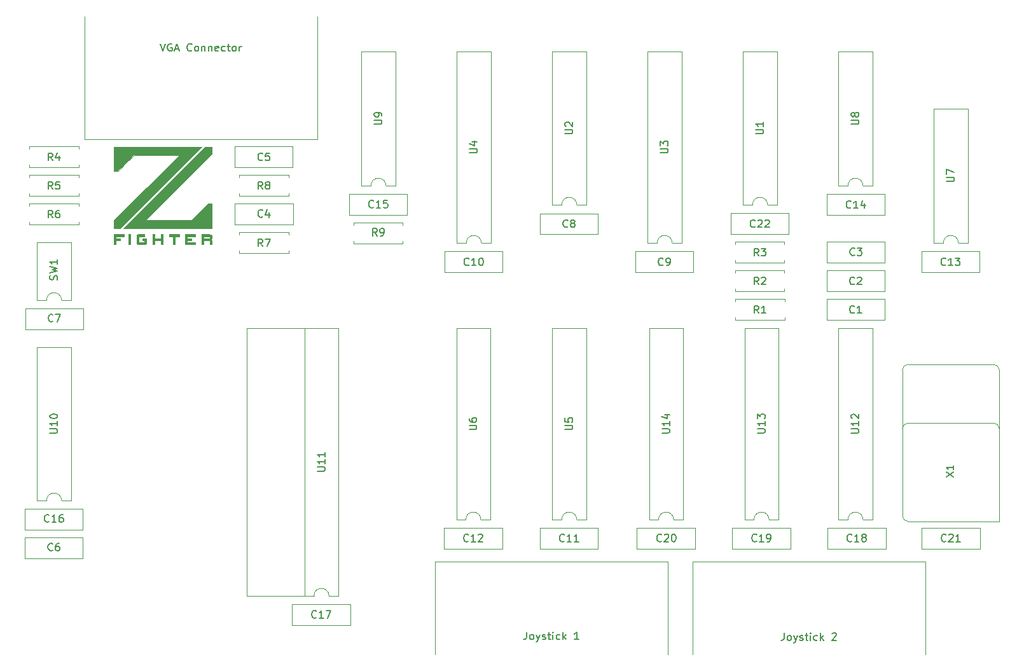
<source format=gto>
G04 #@! TF.GenerationSoftware,KiCad,Pcbnew,5.1.10*
G04 #@! TF.CreationDate,2022-03-31T12:25:33-07:00*
G04 #@! TF.ProjectId,zf_vga,7a665f76-6761-42e6-9b69-6361645f7063,rev?*
G04 #@! TF.SameCoordinates,Original*
G04 #@! TF.FileFunction,Legend,Top*
G04 #@! TF.FilePolarity,Positive*
%FSLAX46Y46*%
G04 Gerber Fmt 4.6, Leading zero omitted, Abs format (unit mm)*
G04 Created by KiCad (PCBNEW 5.1.10) date 2022-03-31 12:25:33*
%MOMM*%
%LPD*%
G01*
G04 APERTURE LIST*
%ADD10C,0.120000*%
%ADD11C,0.010000*%
%ADD12C,0.150000*%
G04 APERTURE END LIST*
D10*
X98076958Y-40859600D02*
X129141158Y-40859600D01*
X129141158Y-40859600D02*
X129141158Y-24502000D01*
X98076958Y-24502000D02*
X98076958Y-40859600D01*
X130649000Y-101674000D02*
X131899000Y-101674000D01*
X131899000Y-101674000D02*
X131899000Y-65994000D01*
X131899000Y-65994000D02*
X127399000Y-65994000D01*
X127399000Y-65994000D02*
X127399000Y-101674000D01*
X127399000Y-101674000D02*
X128649000Y-101674000D01*
X119743000Y-65994000D02*
X119743000Y-101674000D01*
X127399000Y-101674000D02*
X119743000Y-101674000D01*
X127399000Y-65994000D02*
X119743000Y-65994000D01*
X128649000Y-101674000D02*
G75*
G02*
X130649000Y-101674000I1000000J0D01*
G01*
D11*
G36*
X115041400Y-42815376D02*
G01*
X110634512Y-47222288D01*
X106227625Y-51629200D01*
X112340633Y-51629200D01*
X114507901Y-49461734D01*
X115041400Y-49461734D01*
X115041400Y-52712934D01*
X103264287Y-52712934D01*
X108682934Y-47294267D01*
X114101580Y-41875600D01*
X115041400Y-41875600D01*
X115041400Y-42815376D01*
G37*
X115041400Y-42815376D02*
X110634512Y-47222288D01*
X106227625Y-51629200D01*
X112340633Y-51629200D01*
X114507901Y-49461734D01*
X115041400Y-49461734D01*
X115041400Y-52712934D01*
X103264287Y-52712934D01*
X108682934Y-47294267D01*
X114101580Y-41875600D01*
X115041400Y-41875600D01*
X115041400Y-42815376D01*
G36*
X102840953Y-52712934D02*
G01*
X102036600Y-52712934D01*
X102036600Y-51637692D01*
X106375754Y-47298513D01*
X110714909Y-42959334D01*
X104737368Y-42959334D01*
X103653733Y-44043067D01*
X102570099Y-45126800D01*
X102036600Y-45126800D01*
X102036600Y-41875600D01*
X113678247Y-41875600D01*
X102840953Y-52712934D01*
G37*
X102840953Y-52712934D02*
X102036600Y-52712934D01*
X102036600Y-51637692D01*
X106375754Y-47298513D01*
X110714909Y-42959334D01*
X104737368Y-42959334D01*
X103653733Y-44043067D01*
X102570099Y-45126800D01*
X102036600Y-45126800D01*
X102036600Y-41875600D01*
X113678247Y-41875600D01*
X102840953Y-52712934D01*
G36*
X114420374Y-53525874D02*
G01*
X114554819Y-53526673D01*
X114662625Y-53528699D01*
X114747404Y-53532520D01*
X114812769Y-53538703D01*
X114862334Y-53547816D01*
X114899711Y-53560428D01*
X114928514Y-53577105D01*
X114952357Y-53598416D01*
X114974852Y-53624928D01*
X114986986Y-53640658D01*
X115007737Y-53670787D01*
X115021467Y-53701556D01*
X115030023Y-53741377D01*
X115035249Y-53798660D01*
X115038810Y-53876917D01*
X115045358Y-54053819D01*
X114898882Y-54203067D01*
X114970141Y-54275674D01*
X115041400Y-54348282D01*
X115041400Y-54880400D01*
X114770467Y-54880400D01*
X114770467Y-54338533D01*
X113957667Y-54338533D01*
X113957667Y-54880400D01*
X113686733Y-54880400D01*
X113686733Y-53796667D01*
X113957667Y-53796667D01*
X113957667Y-54067600D01*
X114770467Y-54067600D01*
X114770467Y-53796667D01*
X113957667Y-53796667D01*
X113686733Y-53796667D01*
X113686733Y-53525733D01*
X114255674Y-53525733D01*
X114420374Y-53525874D01*
G37*
X114420374Y-53525874D02*
X114554819Y-53526673D01*
X114662625Y-53528699D01*
X114747404Y-53532520D01*
X114812769Y-53538703D01*
X114862334Y-53547816D01*
X114899711Y-53560428D01*
X114928514Y-53577105D01*
X114952357Y-53598416D01*
X114974852Y-53624928D01*
X114986986Y-53640658D01*
X115007737Y-53670787D01*
X115021467Y-53701556D01*
X115030023Y-53741377D01*
X115035249Y-53798660D01*
X115038810Y-53876917D01*
X115045358Y-54053819D01*
X114898882Y-54203067D01*
X114970141Y-54275674D01*
X115041400Y-54348282D01*
X115041400Y-54880400D01*
X114770467Y-54880400D01*
X114770467Y-54338533D01*
X113957667Y-54338533D01*
X113957667Y-54880400D01*
X113686733Y-54880400D01*
X113686733Y-53796667D01*
X113957667Y-53796667D01*
X113957667Y-54067600D01*
X114770467Y-54067600D01*
X114770467Y-53796667D01*
X113957667Y-53796667D01*
X113686733Y-53796667D01*
X113686733Y-53525733D01*
X114255674Y-53525733D01*
X114420374Y-53525874D01*
G36*
X112873934Y-53796667D02*
G01*
X111790200Y-53796667D01*
X111790200Y-54067600D01*
X112332067Y-54067600D01*
X112332067Y-54338533D01*
X111790200Y-54338533D01*
X111790200Y-54609467D01*
X112873934Y-54609467D01*
X112873934Y-54880400D01*
X111519267Y-54880400D01*
X111519267Y-53525733D01*
X112873934Y-53525733D01*
X112873934Y-53796667D01*
G37*
X112873934Y-53796667D02*
X111790200Y-53796667D01*
X111790200Y-54067600D01*
X112332067Y-54067600D01*
X112332067Y-54338533D01*
X111790200Y-54338533D01*
X111790200Y-54609467D01*
X112873934Y-54609467D01*
X112873934Y-54880400D01*
X111519267Y-54880400D01*
X111519267Y-53525733D01*
X112873934Y-53525733D01*
X112873934Y-53796667D01*
G36*
X110706467Y-53796667D02*
G01*
X110164600Y-53796667D01*
X110164600Y-54880400D01*
X109893667Y-54880400D01*
X109893667Y-53796667D01*
X109351800Y-53796667D01*
X109351800Y-53525733D01*
X110706467Y-53525733D01*
X110706467Y-53796667D01*
G37*
X110706467Y-53796667D02*
X110164600Y-53796667D01*
X110164600Y-54880400D01*
X109893667Y-54880400D01*
X109893667Y-53796667D01*
X109351800Y-53796667D01*
X109351800Y-53525733D01*
X110706467Y-53525733D01*
X110706467Y-53796667D01*
G36*
X107455267Y-54067600D02*
G01*
X108268067Y-54067600D01*
X108268067Y-53525733D01*
X108539000Y-53525733D01*
X108539000Y-54880400D01*
X108268067Y-54880400D01*
X108268067Y-54338533D01*
X107455267Y-54338533D01*
X107455267Y-54880400D01*
X107184333Y-54880400D01*
X107184333Y-53525733D01*
X107455267Y-53525733D01*
X107455267Y-54067600D01*
G37*
X107455267Y-54067600D02*
X108268067Y-54067600D01*
X108268067Y-53525733D01*
X108539000Y-53525733D01*
X108539000Y-54880400D01*
X108268067Y-54880400D01*
X108268067Y-54338533D01*
X107455267Y-54338533D01*
X107455267Y-54880400D01*
X107184333Y-54880400D01*
X107184333Y-53525733D01*
X107455267Y-53525733D01*
X107455267Y-54067600D01*
G36*
X106100600Y-53796667D02*
G01*
X105287800Y-53796667D01*
X105287800Y-54609467D01*
X106100600Y-54609467D01*
X106100600Y-54338533D01*
X105829667Y-54338533D01*
X105829667Y-54067600D01*
X106371534Y-54067600D01*
X106371534Y-54360346D01*
X106371221Y-54468288D01*
X106369864Y-54548425D01*
X106366837Y-54606813D01*
X106361513Y-54649512D01*
X106353265Y-54682580D01*
X106341466Y-54712074D01*
X106333434Y-54728576D01*
X106277877Y-54804653D01*
X106227600Y-54841952D01*
X106206339Y-54853171D01*
X106184571Y-54861924D01*
X106158001Y-54868517D01*
X106122333Y-54873252D01*
X106073271Y-54876435D01*
X106006520Y-54878369D01*
X105917785Y-54879360D01*
X105802770Y-54879710D01*
X105694200Y-54879736D01*
X105552265Y-54879450D01*
X105440106Y-54878521D01*
X105353635Y-54876729D01*
X105288765Y-54873858D01*
X105241406Y-54869690D01*
X105207471Y-54864006D01*
X105182873Y-54856589D01*
X105172309Y-54851922D01*
X105125098Y-54819787D01*
X105079227Y-54775226D01*
X105070709Y-54764726D01*
X105025334Y-54705236D01*
X105025334Y-53700897D01*
X105070944Y-53641098D01*
X105097530Y-53608163D01*
X105124155Y-53582165D01*
X105155047Y-53562287D01*
X105194431Y-53547711D01*
X105246535Y-53537619D01*
X105315585Y-53531193D01*
X105405808Y-53527615D01*
X105521430Y-53526068D01*
X105666678Y-53525734D01*
X105667126Y-53525733D01*
X106100600Y-53525733D01*
X106100600Y-53796667D01*
G37*
X106100600Y-53796667D02*
X105287800Y-53796667D01*
X105287800Y-54609467D01*
X106100600Y-54609467D01*
X106100600Y-54338533D01*
X105829667Y-54338533D01*
X105829667Y-54067600D01*
X106371534Y-54067600D01*
X106371534Y-54360346D01*
X106371221Y-54468288D01*
X106369864Y-54548425D01*
X106366837Y-54606813D01*
X106361513Y-54649512D01*
X106353265Y-54682580D01*
X106341466Y-54712074D01*
X106333434Y-54728576D01*
X106277877Y-54804653D01*
X106227600Y-54841952D01*
X106206339Y-54853171D01*
X106184571Y-54861924D01*
X106158001Y-54868517D01*
X106122333Y-54873252D01*
X106073271Y-54876435D01*
X106006520Y-54878369D01*
X105917785Y-54879360D01*
X105802770Y-54879710D01*
X105694200Y-54879736D01*
X105552265Y-54879450D01*
X105440106Y-54878521D01*
X105353635Y-54876729D01*
X105288765Y-54873858D01*
X105241406Y-54869690D01*
X105207471Y-54864006D01*
X105182873Y-54856589D01*
X105172309Y-54851922D01*
X105125098Y-54819787D01*
X105079227Y-54775226D01*
X105070709Y-54764726D01*
X105025334Y-54705236D01*
X105025334Y-53700897D01*
X105070944Y-53641098D01*
X105097530Y-53608163D01*
X105124155Y-53582165D01*
X105155047Y-53562287D01*
X105194431Y-53547711D01*
X105246535Y-53537619D01*
X105315585Y-53531193D01*
X105405808Y-53527615D01*
X105521430Y-53526068D01*
X105666678Y-53525734D01*
X105667126Y-53525733D01*
X106100600Y-53525733D01*
X106100600Y-53796667D01*
G36*
X104204067Y-54880400D02*
G01*
X103933133Y-54880400D01*
X103933133Y-53525733D01*
X104204067Y-53525733D01*
X104204067Y-54880400D01*
G37*
X104204067Y-54880400D02*
X103933133Y-54880400D01*
X103933133Y-53525733D01*
X104204067Y-53525733D01*
X104204067Y-54880400D01*
G36*
X103391267Y-53796667D02*
G01*
X102307534Y-53796667D01*
X102307534Y-54067600D01*
X102849400Y-54067600D01*
X102849400Y-54338533D01*
X102307534Y-54338533D01*
X102307534Y-54880400D01*
X102036600Y-54880400D01*
X102036600Y-53525733D01*
X103391267Y-53525733D01*
X103391267Y-53796667D01*
G37*
X103391267Y-53796667D02*
X102307534Y-53796667D01*
X102307534Y-54067600D01*
X102849400Y-54067600D01*
X102849400Y-54338533D01*
X102307534Y-54338533D01*
X102307534Y-54880400D01*
X102036600Y-54880400D01*
X102036600Y-53525733D01*
X103391267Y-53525733D01*
X103391267Y-53796667D01*
D10*
X179055000Y-109474000D02*
X179055000Y-97134000D01*
X179055000Y-97134000D02*
X210025000Y-97134000D01*
X210025000Y-97134000D02*
X210025000Y-109474000D01*
X144774000Y-109474000D02*
X144774000Y-97134000D01*
X144774000Y-97134000D02*
X175744000Y-97134000D01*
X175744000Y-97134000D02*
X175744000Y-109474000D01*
X219129000Y-78654000D02*
X207729000Y-78654000D01*
X207729000Y-78654000D02*
G75*
G03*
X206979000Y-79404000I0J-750000D01*
G01*
X219879000Y-79404000D02*
G75*
G03*
X219129000Y-78654000I-750000J0D01*
G01*
X219879000Y-91744000D02*
X219879000Y-71594000D01*
X219129000Y-70844000D02*
X207729000Y-70844000D01*
X206979000Y-71594000D02*
X206979000Y-90994000D01*
X207729000Y-91744000D02*
X219879000Y-91744000D01*
X206979000Y-90994000D02*
G75*
G03*
X207729000Y-91744000I750000J0D01*
G01*
X207729000Y-70844000D02*
G75*
G03*
X206979000Y-71594000I0J-750000D01*
G01*
X219879000Y-71594000D02*
G75*
G03*
X219129000Y-70844000I-750000J0D01*
G01*
X146044000Y-55794000D02*
X153784000Y-55794000D01*
X146044000Y-58534000D02*
X153784000Y-58534000D01*
X146044000Y-55794000D02*
X146044000Y-58534000D01*
X153784000Y-55794000D02*
X153784000Y-58534000D01*
X176329000Y-54684000D02*
X177579000Y-54684000D01*
X177579000Y-54684000D02*
X177579000Y-29164000D01*
X177579000Y-29164000D02*
X173079000Y-29164000D01*
X173079000Y-29164000D02*
X173079000Y-54684000D01*
X173079000Y-54684000D02*
X174329000Y-54684000D01*
X174329000Y-54684000D02*
G75*
G02*
X176329000Y-54684000I1000000J0D01*
G01*
X201729000Y-91514000D02*
X202979000Y-91514000D01*
X202979000Y-91514000D02*
X202979000Y-65994000D01*
X202979000Y-65994000D02*
X198479000Y-65994000D01*
X198479000Y-65994000D02*
X198479000Y-91514000D01*
X198479000Y-91514000D02*
X199729000Y-91514000D01*
X199729000Y-91514000D02*
G75*
G02*
X201729000Y-91514000I1000000J0D01*
G01*
X189029000Y-49604000D02*
X190279000Y-49604000D01*
X190279000Y-49604000D02*
X190279000Y-29164000D01*
X190279000Y-29164000D02*
X185779000Y-29164000D01*
X185779000Y-29164000D02*
X185779000Y-49604000D01*
X185779000Y-49604000D02*
X187029000Y-49604000D01*
X187029000Y-49604000D02*
G75*
G02*
X189029000Y-49604000I1000000J0D01*
G01*
X189229000Y-91514000D02*
X190479000Y-91514000D01*
X190479000Y-91514000D02*
X190479000Y-65994000D01*
X190479000Y-65994000D02*
X185979000Y-65994000D01*
X185979000Y-65994000D02*
X185979000Y-91514000D01*
X185979000Y-91514000D02*
X187229000Y-91514000D01*
X187229000Y-91514000D02*
G75*
G02*
X189229000Y-91514000I1000000J0D01*
G01*
X176529000Y-91514000D02*
X177779000Y-91514000D01*
X177779000Y-91514000D02*
X177779000Y-65994000D01*
X177779000Y-65994000D02*
X173279000Y-65994000D01*
X173279000Y-65994000D02*
X173279000Y-91514000D01*
X173279000Y-91514000D02*
X174529000Y-91514000D01*
X174529000Y-91514000D02*
G75*
G02*
X176529000Y-91514000I1000000J0D01*
G01*
X163629000Y-49604000D02*
X164879000Y-49604000D01*
X164879000Y-49604000D02*
X164879000Y-29164000D01*
X164879000Y-29164000D02*
X160379000Y-29164000D01*
X160379000Y-29164000D02*
X160379000Y-49604000D01*
X160379000Y-49604000D02*
X161629000Y-49604000D01*
X161629000Y-49604000D02*
G75*
G02*
X163629000Y-49604000I1000000J0D01*
G01*
X163629000Y-91514000D02*
X164879000Y-91514000D01*
X164879000Y-91514000D02*
X164879000Y-65994000D01*
X164879000Y-65994000D02*
X160379000Y-65994000D01*
X160379000Y-65994000D02*
X160379000Y-91514000D01*
X160379000Y-91514000D02*
X161629000Y-91514000D01*
X161629000Y-91514000D02*
G75*
G02*
X163629000Y-91514000I1000000J0D01*
G01*
X147610000Y-91514000D02*
X148860000Y-91514000D01*
X147610000Y-65994000D02*
X147610000Y-91514000D01*
X152110000Y-65994000D02*
X147610000Y-65994000D01*
X152110000Y-91514000D02*
X152110000Y-65994000D01*
X150860000Y-91514000D02*
X152110000Y-91514000D01*
X148860000Y-91514000D02*
G75*
G02*
X150860000Y-91514000I1000000J0D01*
G01*
X150929000Y-54684000D02*
X152179000Y-54684000D01*
X152179000Y-54684000D02*
X152179000Y-29164000D01*
X152179000Y-29164000D02*
X147679000Y-29164000D01*
X147679000Y-29164000D02*
X147679000Y-54684000D01*
X147679000Y-54684000D02*
X148929000Y-54684000D01*
X148929000Y-54684000D02*
G75*
G02*
X150929000Y-54684000I1000000J0D01*
G01*
X211179000Y-54684000D02*
X212429000Y-54684000D01*
X211179000Y-36784000D02*
X211179000Y-54684000D01*
X215679000Y-36784000D02*
X211179000Y-36784000D01*
X215679000Y-54684000D02*
X215679000Y-36784000D01*
X214429000Y-54684000D02*
X215679000Y-54684000D01*
X212429000Y-54684000D02*
G75*
G02*
X214429000Y-54684000I1000000J0D01*
G01*
X138229000Y-47064000D02*
X139479000Y-47064000D01*
X139479000Y-47064000D02*
X139479000Y-29164000D01*
X139479000Y-29164000D02*
X134979000Y-29164000D01*
X134979000Y-29164000D02*
X134979000Y-47064000D01*
X134979000Y-47064000D02*
X136229000Y-47064000D01*
X136229000Y-47064000D02*
G75*
G02*
X138229000Y-47064000I1000000J0D01*
G01*
X201729000Y-47064000D02*
X202979000Y-47064000D01*
X202979000Y-47064000D02*
X202979000Y-29164000D01*
X202979000Y-29164000D02*
X198479000Y-29164000D01*
X198479000Y-29164000D02*
X198479000Y-47064000D01*
X198479000Y-47064000D02*
X199729000Y-47064000D01*
X199729000Y-47064000D02*
G75*
G02*
X201729000Y-47064000I1000000J0D01*
G01*
X91799000Y-88974000D02*
X93049000Y-88974000D01*
X91799000Y-68534000D02*
X91799000Y-88974000D01*
X96299000Y-68534000D02*
X91799000Y-68534000D01*
X96299000Y-88974000D02*
X96299000Y-68534000D01*
X95049000Y-88974000D02*
X96299000Y-88974000D01*
X93049000Y-88974000D02*
G75*
G02*
X95049000Y-88974000I1000000J0D01*
G01*
X196899000Y-64884000D02*
X196899000Y-62144000D01*
X204639000Y-64884000D02*
X204639000Y-62144000D01*
X204639000Y-62144000D02*
X196899000Y-62144000D01*
X204639000Y-64884000D02*
X196899000Y-64884000D01*
X204639000Y-61074000D02*
X196899000Y-61074000D01*
X204639000Y-58334000D02*
X196899000Y-58334000D01*
X204639000Y-61074000D02*
X204639000Y-58334000D01*
X196899000Y-61074000D02*
X196899000Y-58334000D01*
X196899000Y-57264000D02*
X196899000Y-54524000D01*
X204639000Y-57264000D02*
X204639000Y-54524000D01*
X204639000Y-54524000D02*
X196899000Y-54524000D01*
X204639000Y-57264000D02*
X196899000Y-57264000D01*
X125819000Y-41824000D02*
X125819000Y-44564000D01*
X118079000Y-41824000D02*
X118079000Y-44564000D01*
X118079000Y-44564000D02*
X125819000Y-44564000D01*
X118079000Y-41824000D02*
X125819000Y-41824000D01*
X191299000Y-64554000D02*
X191299000Y-64884000D01*
X191299000Y-64884000D02*
X184759000Y-64884000D01*
X184759000Y-64884000D02*
X184759000Y-64554000D01*
X191299000Y-62474000D02*
X191299000Y-62144000D01*
X191299000Y-62144000D02*
X184759000Y-62144000D01*
X184759000Y-62144000D02*
X184759000Y-62474000D01*
X184744000Y-58334000D02*
X184744000Y-58664000D01*
X191284000Y-58334000D02*
X184744000Y-58334000D01*
X191284000Y-58664000D02*
X191284000Y-58334000D01*
X184744000Y-61074000D02*
X184744000Y-60744000D01*
X191284000Y-61074000D02*
X184744000Y-61074000D01*
X191284000Y-60744000D02*
X191284000Y-61074000D01*
X191284000Y-56934000D02*
X191284000Y-57264000D01*
X191284000Y-57264000D02*
X184744000Y-57264000D01*
X184744000Y-57264000D02*
X184744000Y-56934000D01*
X191284000Y-54854000D02*
X191284000Y-54524000D01*
X191284000Y-54524000D02*
X184744000Y-54524000D01*
X184744000Y-54524000D02*
X184744000Y-54854000D01*
X90779000Y-42154000D02*
X90779000Y-41824000D01*
X90779000Y-41824000D02*
X97319000Y-41824000D01*
X97319000Y-41824000D02*
X97319000Y-42154000D01*
X90779000Y-44234000D02*
X90779000Y-44564000D01*
X90779000Y-44564000D02*
X97319000Y-44564000D01*
X97319000Y-44564000D02*
X97319000Y-44234000D01*
X90779000Y-45964000D02*
X90779000Y-45634000D01*
X90779000Y-45634000D02*
X97319000Y-45634000D01*
X97319000Y-45634000D02*
X97319000Y-45964000D01*
X90779000Y-48044000D02*
X90779000Y-48374000D01*
X90779000Y-48374000D02*
X97319000Y-48374000D01*
X97319000Y-48374000D02*
X97319000Y-48044000D01*
X90779000Y-49774000D02*
X90779000Y-49444000D01*
X90779000Y-49444000D02*
X97319000Y-49444000D01*
X97319000Y-49444000D02*
X97319000Y-49774000D01*
X90779000Y-51854000D02*
X90779000Y-52184000D01*
X90779000Y-52184000D02*
X97319000Y-52184000D01*
X97319000Y-52184000D02*
X97319000Y-51854000D01*
X125259000Y-55664000D02*
X125259000Y-55994000D01*
X125259000Y-55994000D02*
X118719000Y-55994000D01*
X118719000Y-55994000D02*
X118719000Y-55664000D01*
X125259000Y-53584000D02*
X125259000Y-53254000D01*
X125259000Y-53254000D02*
X118719000Y-53254000D01*
X118719000Y-53254000D02*
X118719000Y-53584000D01*
X125259000Y-48044000D02*
X125259000Y-48374000D01*
X125259000Y-48374000D02*
X118719000Y-48374000D01*
X118719000Y-48374000D02*
X118719000Y-48044000D01*
X125259000Y-45964000D02*
X125259000Y-45634000D01*
X125259000Y-45634000D02*
X118719000Y-45634000D01*
X118719000Y-45634000D02*
X118719000Y-45964000D01*
X217299000Y-92624000D02*
X217299000Y-95364000D01*
X209559000Y-92624000D02*
X209559000Y-95364000D01*
X209559000Y-95364000D02*
X217299000Y-95364000D01*
X209559000Y-92624000D02*
X217299000Y-92624000D01*
X184144000Y-50714000D02*
X191884000Y-50714000D01*
X184144000Y-53454000D02*
X191884000Y-53454000D01*
X184144000Y-50714000D02*
X184144000Y-53454000D01*
X191884000Y-50714000D02*
X191884000Y-53454000D01*
X166484000Y-50794000D02*
X166484000Y-53534000D01*
X158744000Y-50794000D02*
X158744000Y-53534000D01*
X158744000Y-53534000D02*
X166484000Y-53534000D01*
X158744000Y-50794000D02*
X166484000Y-50794000D01*
X171419000Y-55794000D02*
X179159000Y-55794000D01*
X171419000Y-58534000D02*
X179159000Y-58534000D01*
X171419000Y-55794000D02*
X171419000Y-58534000D01*
X179159000Y-55794000D02*
X179159000Y-58534000D01*
X166484000Y-92624000D02*
X166484000Y-95364000D01*
X158744000Y-92624000D02*
X158744000Y-95364000D01*
X158744000Y-95364000D02*
X166484000Y-95364000D01*
X158744000Y-92624000D02*
X166484000Y-92624000D01*
X145975000Y-92624000D02*
X153715000Y-92624000D01*
X145975000Y-95364000D02*
X153715000Y-95364000D01*
X145975000Y-92624000D02*
X145975000Y-95364000D01*
X153715000Y-92624000D02*
X153715000Y-95364000D01*
X217259000Y-55794000D02*
X217259000Y-58534000D01*
X209519000Y-55794000D02*
X209519000Y-58534000D01*
X209519000Y-58534000D02*
X217259000Y-58534000D01*
X209519000Y-55794000D02*
X217259000Y-55794000D01*
X196899000Y-48174000D02*
X204639000Y-48174000D01*
X196899000Y-50914000D02*
X204639000Y-50914000D01*
X196899000Y-48174000D02*
X196899000Y-50914000D01*
X204639000Y-48174000D02*
X204639000Y-50914000D01*
X141084000Y-48174000D02*
X141084000Y-50914000D01*
X133344000Y-48174000D02*
X133344000Y-50914000D01*
X133344000Y-50914000D02*
X141084000Y-50914000D01*
X133344000Y-48174000D02*
X141084000Y-48174000D01*
X97904000Y-90084000D02*
X97904000Y-92824000D01*
X90164000Y-90084000D02*
X90164000Y-92824000D01*
X90164000Y-92824000D02*
X97904000Y-92824000D01*
X90164000Y-90084000D02*
X97904000Y-90084000D01*
X125739000Y-102784000D02*
X133479000Y-102784000D01*
X125739000Y-105524000D02*
X133479000Y-105524000D01*
X125739000Y-102784000D02*
X125739000Y-105524000D01*
X133479000Y-102784000D02*
X133479000Y-105524000D01*
X204759000Y-92624000D02*
X204759000Y-95364000D01*
X197019000Y-92624000D02*
X197019000Y-95364000D01*
X197019000Y-95364000D02*
X204759000Y-95364000D01*
X197019000Y-92624000D02*
X204759000Y-92624000D01*
X184344000Y-92624000D02*
X192084000Y-92624000D01*
X184344000Y-95364000D02*
X192084000Y-95364000D01*
X184344000Y-92624000D02*
X184344000Y-95364000D01*
X192084000Y-92624000D02*
X192084000Y-95364000D01*
X171644000Y-92624000D02*
X179384000Y-92624000D01*
X171644000Y-95364000D02*
X179384000Y-95364000D01*
X171644000Y-92624000D02*
X171644000Y-95364000D01*
X179384000Y-92624000D02*
X179384000Y-95364000D01*
X95049000Y-62304000D02*
X96299000Y-62304000D01*
X96299000Y-62304000D02*
X96299000Y-54564000D01*
X96299000Y-54564000D02*
X91799000Y-54564000D01*
X91799000Y-54564000D02*
X91799000Y-62304000D01*
X91799000Y-62304000D02*
X93049000Y-62304000D01*
X93049000Y-62304000D02*
G75*
G02*
X95049000Y-62304000I1000000J0D01*
G01*
X97904000Y-93894000D02*
X97904000Y-96634000D01*
X90164000Y-93894000D02*
X90164000Y-96634000D01*
X90164000Y-96634000D02*
X97904000Y-96634000D01*
X90164000Y-93894000D02*
X97904000Y-93894000D01*
X97959000Y-66154000D02*
X90219000Y-66154000D01*
X97959000Y-63414000D02*
X90219000Y-63414000D01*
X97959000Y-66154000D02*
X97959000Y-63414000D01*
X90219000Y-66154000D02*
X90219000Y-63414000D01*
X140484000Y-54394000D02*
X140484000Y-54724000D01*
X140484000Y-54724000D02*
X133944000Y-54724000D01*
X133944000Y-54724000D02*
X133944000Y-54394000D01*
X140484000Y-52314000D02*
X140484000Y-51984000D01*
X140484000Y-51984000D02*
X133944000Y-51984000D01*
X133944000Y-51984000D02*
X133944000Y-52314000D01*
X125859000Y-52184000D02*
X118119000Y-52184000D01*
X125859000Y-49444000D02*
X118119000Y-49444000D01*
X125859000Y-52184000D02*
X125859000Y-49444000D01*
X118119000Y-52184000D02*
X118119000Y-49444000D01*
D12*
X108204296Y-28145380D02*
X108537629Y-29145380D01*
X108870962Y-28145380D01*
X109728105Y-28193000D02*
X109632867Y-28145380D01*
X109490010Y-28145380D01*
X109347153Y-28193000D01*
X109251915Y-28288238D01*
X109204296Y-28383476D01*
X109156677Y-28573952D01*
X109156677Y-28716809D01*
X109204296Y-28907285D01*
X109251915Y-29002523D01*
X109347153Y-29097761D01*
X109490010Y-29145380D01*
X109585248Y-29145380D01*
X109728105Y-29097761D01*
X109775724Y-29050142D01*
X109775724Y-28716809D01*
X109585248Y-28716809D01*
X110156677Y-28859666D02*
X110632867Y-28859666D01*
X110061438Y-29145380D02*
X110394772Y-28145380D01*
X110728105Y-29145380D01*
X112394772Y-29050142D02*
X112347153Y-29097761D01*
X112204296Y-29145380D01*
X112109058Y-29145380D01*
X111966200Y-29097761D01*
X111870962Y-29002523D01*
X111823343Y-28907285D01*
X111775724Y-28716809D01*
X111775724Y-28573952D01*
X111823343Y-28383476D01*
X111870962Y-28288238D01*
X111966200Y-28193000D01*
X112109058Y-28145380D01*
X112204296Y-28145380D01*
X112347153Y-28193000D01*
X112394772Y-28240619D01*
X112966200Y-29145380D02*
X112870962Y-29097761D01*
X112823343Y-29050142D01*
X112775724Y-28954904D01*
X112775724Y-28669190D01*
X112823343Y-28573952D01*
X112870962Y-28526333D01*
X112966200Y-28478714D01*
X113109058Y-28478714D01*
X113204296Y-28526333D01*
X113251915Y-28573952D01*
X113299534Y-28669190D01*
X113299534Y-28954904D01*
X113251915Y-29050142D01*
X113204296Y-29097761D01*
X113109058Y-29145380D01*
X112966200Y-29145380D01*
X113728105Y-28478714D02*
X113728105Y-29145380D01*
X113728105Y-28573952D02*
X113775724Y-28526333D01*
X113870962Y-28478714D01*
X114013819Y-28478714D01*
X114109058Y-28526333D01*
X114156677Y-28621571D01*
X114156677Y-29145380D01*
X114632867Y-28478714D02*
X114632867Y-29145380D01*
X114632867Y-28573952D02*
X114680486Y-28526333D01*
X114775724Y-28478714D01*
X114918581Y-28478714D01*
X115013819Y-28526333D01*
X115061438Y-28621571D01*
X115061438Y-29145380D01*
X115918581Y-29097761D02*
X115823343Y-29145380D01*
X115632867Y-29145380D01*
X115537629Y-29097761D01*
X115490010Y-29002523D01*
X115490010Y-28621571D01*
X115537629Y-28526333D01*
X115632867Y-28478714D01*
X115823343Y-28478714D01*
X115918581Y-28526333D01*
X115966200Y-28621571D01*
X115966200Y-28716809D01*
X115490010Y-28812047D01*
X116823343Y-29097761D02*
X116728105Y-29145380D01*
X116537629Y-29145380D01*
X116442391Y-29097761D01*
X116394772Y-29050142D01*
X116347153Y-28954904D01*
X116347153Y-28669190D01*
X116394772Y-28573952D01*
X116442391Y-28526333D01*
X116537629Y-28478714D01*
X116728105Y-28478714D01*
X116823343Y-28526333D01*
X117109058Y-28478714D02*
X117490010Y-28478714D01*
X117251915Y-28145380D02*
X117251915Y-29002523D01*
X117299534Y-29097761D01*
X117394772Y-29145380D01*
X117490010Y-29145380D01*
X117966200Y-29145380D02*
X117870962Y-29097761D01*
X117823343Y-29050142D01*
X117775724Y-28954904D01*
X117775724Y-28669190D01*
X117823343Y-28573952D01*
X117870962Y-28526333D01*
X117966200Y-28478714D01*
X118109058Y-28478714D01*
X118204296Y-28526333D01*
X118251915Y-28573952D01*
X118299534Y-28669190D01*
X118299534Y-28954904D01*
X118251915Y-29050142D01*
X118204296Y-29097761D01*
X118109058Y-29145380D01*
X117966200Y-29145380D01*
X118728105Y-29145380D02*
X118728105Y-28478714D01*
X118728105Y-28669190D02*
X118775724Y-28573952D01*
X118823343Y-28526333D01*
X118918581Y-28478714D01*
X119013819Y-28478714D01*
X129101380Y-85072095D02*
X129910904Y-85072095D01*
X130006142Y-85024476D01*
X130053761Y-84976857D01*
X130101380Y-84881619D01*
X130101380Y-84691142D01*
X130053761Y-84595904D01*
X130006142Y-84548285D01*
X129910904Y-84500666D01*
X129101380Y-84500666D01*
X130101380Y-83500666D02*
X130101380Y-84072095D01*
X130101380Y-83786380D02*
X129101380Y-83786380D01*
X129244238Y-83881619D01*
X129339476Y-83976857D01*
X129387095Y-84072095D01*
X130101380Y-82548285D02*
X130101380Y-83119714D01*
X130101380Y-82834000D02*
X129101380Y-82834000D01*
X129244238Y-82929238D01*
X129339476Y-83024476D01*
X129387095Y-83119714D01*
X191230476Y-106591380D02*
X191230476Y-107305666D01*
X191182857Y-107448523D01*
X191087619Y-107543761D01*
X190944761Y-107591380D01*
X190849523Y-107591380D01*
X191849523Y-107591380D02*
X191754285Y-107543761D01*
X191706666Y-107496142D01*
X191659047Y-107400904D01*
X191659047Y-107115190D01*
X191706666Y-107019952D01*
X191754285Y-106972333D01*
X191849523Y-106924714D01*
X191992380Y-106924714D01*
X192087619Y-106972333D01*
X192135238Y-107019952D01*
X192182857Y-107115190D01*
X192182857Y-107400904D01*
X192135238Y-107496142D01*
X192087619Y-107543761D01*
X191992380Y-107591380D01*
X191849523Y-107591380D01*
X192516190Y-106924714D02*
X192754285Y-107591380D01*
X192992380Y-106924714D02*
X192754285Y-107591380D01*
X192659047Y-107829476D01*
X192611428Y-107877095D01*
X192516190Y-107924714D01*
X193325714Y-107543761D02*
X193420952Y-107591380D01*
X193611428Y-107591380D01*
X193706666Y-107543761D01*
X193754285Y-107448523D01*
X193754285Y-107400904D01*
X193706666Y-107305666D01*
X193611428Y-107258047D01*
X193468571Y-107258047D01*
X193373333Y-107210428D01*
X193325714Y-107115190D01*
X193325714Y-107067571D01*
X193373333Y-106972333D01*
X193468571Y-106924714D01*
X193611428Y-106924714D01*
X193706666Y-106972333D01*
X194040000Y-106924714D02*
X194420952Y-106924714D01*
X194182857Y-106591380D02*
X194182857Y-107448523D01*
X194230476Y-107543761D01*
X194325714Y-107591380D01*
X194420952Y-107591380D01*
X194754285Y-107591380D02*
X194754285Y-106924714D01*
X194754285Y-106591380D02*
X194706666Y-106639000D01*
X194754285Y-106686619D01*
X194801904Y-106639000D01*
X194754285Y-106591380D01*
X194754285Y-106686619D01*
X195659047Y-107543761D02*
X195563809Y-107591380D01*
X195373333Y-107591380D01*
X195278095Y-107543761D01*
X195230476Y-107496142D01*
X195182857Y-107400904D01*
X195182857Y-107115190D01*
X195230476Y-107019952D01*
X195278095Y-106972333D01*
X195373333Y-106924714D01*
X195563809Y-106924714D01*
X195659047Y-106972333D01*
X196087619Y-107591380D02*
X196087619Y-106591380D01*
X196182857Y-107210428D02*
X196468571Y-107591380D01*
X196468571Y-106924714D02*
X196087619Y-107305666D01*
X197611428Y-106686619D02*
X197659047Y-106639000D01*
X197754285Y-106591380D01*
X197992380Y-106591380D01*
X198087619Y-106639000D01*
X198135238Y-106686619D01*
X198182857Y-106781857D01*
X198182857Y-106877095D01*
X198135238Y-107019952D01*
X197563809Y-107591380D01*
X198182857Y-107591380D01*
X156949476Y-106464380D02*
X156949476Y-107178666D01*
X156901857Y-107321523D01*
X156806619Y-107416761D01*
X156663761Y-107464380D01*
X156568523Y-107464380D01*
X157568523Y-107464380D02*
X157473285Y-107416761D01*
X157425666Y-107369142D01*
X157378047Y-107273904D01*
X157378047Y-106988190D01*
X157425666Y-106892952D01*
X157473285Y-106845333D01*
X157568523Y-106797714D01*
X157711380Y-106797714D01*
X157806619Y-106845333D01*
X157854238Y-106892952D01*
X157901857Y-106988190D01*
X157901857Y-107273904D01*
X157854238Y-107369142D01*
X157806619Y-107416761D01*
X157711380Y-107464380D01*
X157568523Y-107464380D01*
X158235190Y-106797714D02*
X158473285Y-107464380D01*
X158711380Y-106797714D02*
X158473285Y-107464380D01*
X158378047Y-107702476D01*
X158330428Y-107750095D01*
X158235190Y-107797714D01*
X159044714Y-107416761D02*
X159139952Y-107464380D01*
X159330428Y-107464380D01*
X159425666Y-107416761D01*
X159473285Y-107321523D01*
X159473285Y-107273904D01*
X159425666Y-107178666D01*
X159330428Y-107131047D01*
X159187571Y-107131047D01*
X159092333Y-107083428D01*
X159044714Y-106988190D01*
X159044714Y-106940571D01*
X159092333Y-106845333D01*
X159187571Y-106797714D01*
X159330428Y-106797714D01*
X159425666Y-106845333D01*
X159759000Y-106797714D02*
X160139952Y-106797714D01*
X159901857Y-106464380D02*
X159901857Y-107321523D01*
X159949476Y-107416761D01*
X160044714Y-107464380D01*
X160139952Y-107464380D01*
X160473285Y-107464380D02*
X160473285Y-106797714D01*
X160473285Y-106464380D02*
X160425666Y-106512000D01*
X160473285Y-106559619D01*
X160520904Y-106512000D01*
X160473285Y-106464380D01*
X160473285Y-106559619D01*
X161378047Y-107416761D02*
X161282809Y-107464380D01*
X161092333Y-107464380D01*
X160997095Y-107416761D01*
X160949476Y-107369142D01*
X160901857Y-107273904D01*
X160901857Y-106988190D01*
X160949476Y-106892952D01*
X160997095Y-106845333D01*
X161092333Y-106797714D01*
X161282809Y-106797714D01*
X161378047Y-106845333D01*
X161806619Y-107464380D02*
X161806619Y-106464380D01*
X161901857Y-107083428D02*
X162187571Y-107464380D01*
X162187571Y-106797714D02*
X161806619Y-107178666D01*
X163901857Y-107464380D02*
X163330428Y-107464380D01*
X163616142Y-107464380D02*
X163616142Y-106464380D01*
X163520904Y-106607238D01*
X163425666Y-106702476D01*
X163330428Y-106750095D01*
X212813880Y-85850523D02*
X213813880Y-85183857D01*
X212813880Y-85183857D02*
X213813880Y-85850523D01*
X213813880Y-84279095D02*
X213813880Y-84850523D01*
X213813880Y-84564809D02*
X212813880Y-84564809D01*
X212956738Y-84660047D01*
X213051976Y-84755285D01*
X213099595Y-84850523D01*
X149271142Y-57585142D02*
X149223523Y-57632761D01*
X149080666Y-57680380D01*
X148985428Y-57680380D01*
X148842571Y-57632761D01*
X148747333Y-57537523D01*
X148699714Y-57442285D01*
X148652095Y-57251809D01*
X148652095Y-57108952D01*
X148699714Y-56918476D01*
X148747333Y-56823238D01*
X148842571Y-56728000D01*
X148985428Y-56680380D01*
X149080666Y-56680380D01*
X149223523Y-56728000D01*
X149271142Y-56775619D01*
X150223523Y-57680380D02*
X149652095Y-57680380D01*
X149937809Y-57680380D02*
X149937809Y-56680380D01*
X149842571Y-56823238D01*
X149747333Y-56918476D01*
X149652095Y-56966095D01*
X150842571Y-56680380D02*
X150937809Y-56680380D01*
X151033047Y-56728000D01*
X151080666Y-56775619D01*
X151128285Y-56870857D01*
X151175904Y-57061333D01*
X151175904Y-57299428D01*
X151128285Y-57489904D01*
X151080666Y-57585142D01*
X151033047Y-57632761D01*
X150937809Y-57680380D01*
X150842571Y-57680380D01*
X150747333Y-57632761D01*
X150699714Y-57585142D01*
X150652095Y-57489904D01*
X150604476Y-57299428D01*
X150604476Y-57061333D01*
X150652095Y-56870857D01*
X150699714Y-56775619D01*
X150747333Y-56728000D01*
X150842571Y-56680380D01*
X174781380Y-42685904D02*
X175590904Y-42685904D01*
X175686142Y-42638285D01*
X175733761Y-42590666D01*
X175781380Y-42495428D01*
X175781380Y-42304952D01*
X175733761Y-42209714D01*
X175686142Y-42162095D01*
X175590904Y-42114476D01*
X174781380Y-42114476D01*
X174781380Y-41733523D02*
X174781380Y-41114476D01*
X175162333Y-41447809D01*
X175162333Y-41304952D01*
X175209952Y-41209714D01*
X175257571Y-41162095D01*
X175352809Y-41114476D01*
X175590904Y-41114476D01*
X175686142Y-41162095D01*
X175733761Y-41209714D01*
X175781380Y-41304952D01*
X175781380Y-41590666D01*
X175733761Y-41685904D01*
X175686142Y-41733523D01*
X200181380Y-79992095D02*
X200990904Y-79992095D01*
X201086142Y-79944476D01*
X201133761Y-79896857D01*
X201181380Y-79801619D01*
X201181380Y-79611142D01*
X201133761Y-79515904D01*
X201086142Y-79468285D01*
X200990904Y-79420666D01*
X200181380Y-79420666D01*
X201181380Y-78420666D02*
X201181380Y-78992095D01*
X201181380Y-78706380D02*
X200181380Y-78706380D01*
X200324238Y-78801619D01*
X200419476Y-78896857D01*
X200467095Y-78992095D01*
X200276619Y-78039714D02*
X200229000Y-77992095D01*
X200181380Y-77896857D01*
X200181380Y-77658761D01*
X200229000Y-77563523D01*
X200276619Y-77515904D01*
X200371857Y-77468285D01*
X200467095Y-77468285D01*
X200609952Y-77515904D01*
X201181380Y-78087333D01*
X201181380Y-77468285D01*
X187481380Y-40145904D02*
X188290904Y-40145904D01*
X188386142Y-40098285D01*
X188433761Y-40050666D01*
X188481380Y-39955428D01*
X188481380Y-39764952D01*
X188433761Y-39669714D01*
X188386142Y-39622095D01*
X188290904Y-39574476D01*
X187481380Y-39574476D01*
X188481380Y-38574476D02*
X188481380Y-39145904D01*
X188481380Y-38860190D02*
X187481380Y-38860190D01*
X187624238Y-38955428D01*
X187719476Y-39050666D01*
X187767095Y-39145904D01*
X187681380Y-79992095D02*
X188490904Y-79992095D01*
X188586142Y-79944476D01*
X188633761Y-79896857D01*
X188681380Y-79801619D01*
X188681380Y-79611142D01*
X188633761Y-79515904D01*
X188586142Y-79468285D01*
X188490904Y-79420666D01*
X187681380Y-79420666D01*
X188681380Y-78420666D02*
X188681380Y-78992095D01*
X188681380Y-78706380D02*
X187681380Y-78706380D01*
X187824238Y-78801619D01*
X187919476Y-78896857D01*
X187967095Y-78992095D01*
X187681380Y-78087333D02*
X187681380Y-77468285D01*
X188062333Y-77801619D01*
X188062333Y-77658761D01*
X188109952Y-77563523D01*
X188157571Y-77515904D01*
X188252809Y-77468285D01*
X188490904Y-77468285D01*
X188586142Y-77515904D01*
X188633761Y-77563523D01*
X188681380Y-77658761D01*
X188681380Y-77944476D01*
X188633761Y-78039714D01*
X188586142Y-78087333D01*
X174981380Y-79992095D02*
X175790904Y-79992095D01*
X175886142Y-79944476D01*
X175933761Y-79896857D01*
X175981380Y-79801619D01*
X175981380Y-79611142D01*
X175933761Y-79515904D01*
X175886142Y-79468285D01*
X175790904Y-79420666D01*
X174981380Y-79420666D01*
X175981380Y-78420666D02*
X175981380Y-78992095D01*
X175981380Y-78706380D02*
X174981380Y-78706380D01*
X175124238Y-78801619D01*
X175219476Y-78896857D01*
X175267095Y-78992095D01*
X175314714Y-77563523D02*
X175981380Y-77563523D01*
X174933761Y-77801619D02*
X175648047Y-78039714D01*
X175648047Y-77420666D01*
X162081380Y-40145904D02*
X162890904Y-40145904D01*
X162986142Y-40098285D01*
X163033761Y-40050666D01*
X163081380Y-39955428D01*
X163081380Y-39764952D01*
X163033761Y-39669714D01*
X162986142Y-39622095D01*
X162890904Y-39574476D01*
X162081380Y-39574476D01*
X162176619Y-39145904D02*
X162129000Y-39098285D01*
X162081380Y-39003047D01*
X162081380Y-38764952D01*
X162129000Y-38669714D01*
X162176619Y-38622095D01*
X162271857Y-38574476D01*
X162367095Y-38574476D01*
X162509952Y-38622095D01*
X163081380Y-39193523D01*
X163081380Y-38574476D01*
X162081380Y-79515904D02*
X162890904Y-79515904D01*
X162986142Y-79468285D01*
X163033761Y-79420666D01*
X163081380Y-79325428D01*
X163081380Y-79134952D01*
X163033761Y-79039714D01*
X162986142Y-78992095D01*
X162890904Y-78944476D01*
X162081380Y-78944476D01*
X162081380Y-77992095D02*
X162081380Y-78468285D01*
X162557571Y-78515904D01*
X162509952Y-78468285D01*
X162462333Y-78373047D01*
X162462333Y-78134952D01*
X162509952Y-78039714D01*
X162557571Y-77992095D01*
X162652809Y-77944476D01*
X162890904Y-77944476D01*
X162986142Y-77992095D01*
X163033761Y-78039714D01*
X163081380Y-78134952D01*
X163081380Y-78373047D01*
X163033761Y-78468285D01*
X162986142Y-78515904D01*
X149312380Y-79515904D02*
X150121904Y-79515904D01*
X150217142Y-79468285D01*
X150264761Y-79420666D01*
X150312380Y-79325428D01*
X150312380Y-79134952D01*
X150264761Y-79039714D01*
X150217142Y-78992095D01*
X150121904Y-78944476D01*
X149312380Y-78944476D01*
X149312380Y-78039714D02*
X149312380Y-78230190D01*
X149360000Y-78325428D01*
X149407619Y-78373047D01*
X149550476Y-78468285D01*
X149740952Y-78515904D01*
X150121904Y-78515904D01*
X150217142Y-78468285D01*
X150264761Y-78420666D01*
X150312380Y-78325428D01*
X150312380Y-78134952D01*
X150264761Y-78039714D01*
X150217142Y-77992095D01*
X150121904Y-77944476D01*
X149883809Y-77944476D01*
X149788571Y-77992095D01*
X149740952Y-78039714D01*
X149693333Y-78134952D01*
X149693333Y-78325428D01*
X149740952Y-78420666D01*
X149788571Y-78468285D01*
X149883809Y-78515904D01*
X149381380Y-42685904D02*
X150190904Y-42685904D01*
X150286142Y-42638285D01*
X150333761Y-42590666D01*
X150381380Y-42495428D01*
X150381380Y-42304952D01*
X150333761Y-42209714D01*
X150286142Y-42162095D01*
X150190904Y-42114476D01*
X149381380Y-42114476D01*
X149714714Y-41209714D02*
X150381380Y-41209714D01*
X149333761Y-41447809D02*
X150048047Y-41685904D01*
X150048047Y-41066857D01*
X212881380Y-46495904D02*
X213690904Y-46495904D01*
X213786142Y-46448285D01*
X213833761Y-46400666D01*
X213881380Y-46305428D01*
X213881380Y-46114952D01*
X213833761Y-46019714D01*
X213786142Y-45972095D01*
X213690904Y-45924476D01*
X212881380Y-45924476D01*
X212881380Y-45543523D02*
X212881380Y-44876857D01*
X213881380Y-45305428D01*
X136681380Y-38875904D02*
X137490904Y-38875904D01*
X137586142Y-38828285D01*
X137633761Y-38780666D01*
X137681380Y-38685428D01*
X137681380Y-38494952D01*
X137633761Y-38399714D01*
X137586142Y-38352095D01*
X137490904Y-38304476D01*
X136681380Y-38304476D01*
X137681380Y-37780666D02*
X137681380Y-37590190D01*
X137633761Y-37494952D01*
X137586142Y-37447333D01*
X137443285Y-37352095D01*
X137252809Y-37304476D01*
X136871857Y-37304476D01*
X136776619Y-37352095D01*
X136729000Y-37399714D01*
X136681380Y-37494952D01*
X136681380Y-37685428D01*
X136729000Y-37780666D01*
X136776619Y-37828285D01*
X136871857Y-37875904D01*
X137109952Y-37875904D01*
X137205190Y-37828285D01*
X137252809Y-37780666D01*
X137300428Y-37685428D01*
X137300428Y-37494952D01*
X137252809Y-37399714D01*
X137205190Y-37352095D01*
X137109952Y-37304476D01*
X200181380Y-38875904D02*
X200990904Y-38875904D01*
X201086142Y-38828285D01*
X201133761Y-38780666D01*
X201181380Y-38685428D01*
X201181380Y-38494952D01*
X201133761Y-38399714D01*
X201086142Y-38352095D01*
X200990904Y-38304476D01*
X200181380Y-38304476D01*
X200609952Y-37685428D02*
X200562333Y-37780666D01*
X200514714Y-37828285D01*
X200419476Y-37875904D01*
X200371857Y-37875904D01*
X200276619Y-37828285D01*
X200229000Y-37780666D01*
X200181380Y-37685428D01*
X200181380Y-37494952D01*
X200229000Y-37399714D01*
X200276619Y-37352095D01*
X200371857Y-37304476D01*
X200419476Y-37304476D01*
X200514714Y-37352095D01*
X200562333Y-37399714D01*
X200609952Y-37494952D01*
X200609952Y-37685428D01*
X200657571Y-37780666D01*
X200705190Y-37828285D01*
X200800428Y-37875904D01*
X200990904Y-37875904D01*
X201086142Y-37828285D01*
X201133761Y-37780666D01*
X201181380Y-37685428D01*
X201181380Y-37494952D01*
X201133761Y-37399714D01*
X201086142Y-37352095D01*
X200990904Y-37304476D01*
X200800428Y-37304476D01*
X200705190Y-37352095D01*
X200657571Y-37399714D01*
X200609952Y-37494952D01*
X93501380Y-79992095D02*
X94310904Y-79992095D01*
X94406142Y-79944476D01*
X94453761Y-79896857D01*
X94501380Y-79801619D01*
X94501380Y-79611142D01*
X94453761Y-79515904D01*
X94406142Y-79468285D01*
X94310904Y-79420666D01*
X93501380Y-79420666D01*
X94501380Y-78420666D02*
X94501380Y-78992095D01*
X94501380Y-78706380D02*
X93501380Y-78706380D01*
X93644238Y-78801619D01*
X93739476Y-78896857D01*
X93787095Y-78992095D01*
X93501380Y-77801619D02*
X93501380Y-77706380D01*
X93549000Y-77611142D01*
X93596619Y-77563523D01*
X93691857Y-77515904D01*
X93882333Y-77468285D01*
X94120428Y-77468285D01*
X94310904Y-77515904D01*
X94406142Y-77563523D01*
X94453761Y-77611142D01*
X94501380Y-77706380D01*
X94501380Y-77801619D01*
X94453761Y-77896857D01*
X94406142Y-77944476D01*
X94310904Y-77992095D01*
X94120428Y-78039714D01*
X93882333Y-78039714D01*
X93691857Y-77992095D01*
X93596619Y-77944476D01*
X93549000Y-77896857D01*
X93501380Y-77801619D01*
X200602333Y-63935142D02*
X200554714Y-63982761D01*
X200411857Y-64030380D01*
X200316619Y-64030380D01*
X200173761Y-63982761D01*
X200078523Y-63887523D01*
X200030904Y-63792285D01*
X199983285Y-63601809D01*
X199983285Y-63458952D01*
X200030904Y-63268476D01*
X200078523Y-63173238D01*
X200173761Y-63078000D01*
X200316619Y-63030380D01*
X200411857Y-63030380D01*
X200554714Y-63078000D01*
X200602333Y-63125619D01*
X201554714Y-64030380D02*
X200983285Y-64030380D01*
X201269000Y-64030380D02*
X201269000Y-63030380D01*
X201173761Y-63173238D01*
X201078523Y-63268476D01*
X200983285Y-63316095D01*
X200602333Y-60125142D02*
X200554714Y-60172761D01*
X200411857Y-60220380D01*
X200316619Y-60220380D01*
X200173761Y-60172761D01*
X200078523Y-60077523D01*
X200030904Y-59982285D01*
X199983285Y-59791809D01*
X199983285Y-59648952D01*
X200030904Y-59458476D01*
X200078523Y-59363238D01*
X200173761Y-59268000D01*
X200316619Y-59220380D01*
X200411857Y-59220380D01*
X200554714Y-59268000D01*
X200602333Y-59315619D01*
X200983285Y-59315619D02*
X201030904Y-59268000D01*
X201126142Y-59220380D01*
X201364238Y-59220380D01*
X201459476Y-59268000D01*
X201507095Y-59315619D01*
X201554714Y-59410857D01*
X201554714Y-59506095D01*
X201507095Y-59648952D01*
X200935666Y-60220380D01*
X201554714Y-60220380D01*
X200625332Y-56251142D02*
X200577713Y-56298761D01*
X200434856Y-56346380D01*
X200339618Y-56346380D01*
X200196760Y-56298761D01*
X200101522Y-56203523D01*
X200053903Y-56108285D01*
X200006284Y-55917809D01*
X200006284Y-55774952D01*
X200053903Y-55584476D01*
X200101522Y-55489238D01*
X200196760Y-55394000D01*
X200339618Y-55346380D01*
X200434856Y-55346380D01*
X200577713Y-55394000D01*
X200625332Y-55441619D01*
X200958665Y-55346380D02*
X201577713Y-55346380D01*
X201244379Y-55727333D01*
X201387237Y-55727333D01*
X201482475Y-55774952D01*
X201530094Y-55822571D01*
X201577713Y-55917809D01*
X201577713Y-56155904D01*
X201530094Y-56251142D01*
X201482475Y-56298761D01*
X201387237Y-56346380D01*
X201101522Y-56346380D01*
X201006284Y-56298761D01*
X200958665Y-56251142D01*
X121822333Y-43615142D02*
X121774714Y-43662761D01*
X121631857Y-43710380D01*
X121536619Y-43710380D01*
X121393761Y-43662761D01*
X121298523Y-43567523D01*
X121250904Y-43472285D01*
X121203285Y-43281809D01*
X121203285Y-43138952D01*
X121250904Y-42948476D01*
X121298523Y-42853238D01*
X121393761Y-42758000D01*
X121536619Y-42710380D01*
X121631857Y-42710380D01*
X121774714Y-42758000D01*
X121822333Y-42805619D01*
X122727095Y-42710380D02*
X122250904Y-42710380D01*
X122203285Y-43186571D01*
X122250904Y-43138952D01*
X122346142Y-43091333D01*
X122584238Y-43091333D01*
X122679476Y-43138952D01*
X122727095Y-43186571D01*
X122774714Y-43281809D01*
X122774714Y-43519904D01*
X122727095Y-43615142D01*
X122679476Y-43662761D01*
X122584238Y-43710380D01*
X122346142Y-43710380D01*
X122250904Y-43662761D01*
X122203285Y-43615142D01*
X187862333Y-64030380D02*
X187529000Y-63554190D01*
X187290904Y-64030380D02*
X187290904Y-63030380D01*
X187671857Y-63030380D01*
X187767095Y-63078000D01*
X187814714Y-63125619D01*
X187862333Y-63220857D01*
X187862333Y-63363714D01*
X187814714Y-63458952D01*
X187767095Y-63506571D01*
X187671857Y-63554190D01*
X187290904Y-63554190D01*
X188814714Y-64030380D02*
X188243285Y-64030380D01*
X188529000Y-64030380D02*
X188529000Y-63030380D01*
X188433761Y-63173238D01*
X188338523Y-63268476D01*
X188243285Y-63316095D01*
X187847333Y-60220380D02*
X187514000Y-59744190D01*
X187275904Y-60220380D02*
X187275904Y-59220380D01*
X187656857Y-59220380D01*
X187752095Y-59268000D01*
X187799714Y-59315619D01*
X187847333Y-59410857D01*
X187847333Y-59553714D01*
X187799714Y-59648952D01*
X187752095Y-59696571D01*
X187656857Y-59744190D01*
X187275904Y-59744190D01*
X188228285Y-59315619D02*
X188275904Y-59268000D01*
X188371142Y-59220380D01*
X188609238Y-59220380D01*
X188704476Y-59268000D01*
X188752095Y-59315619D01*
X188799714Y-59410857D01*
X188799714Y-59506095D01*
X188752095Y-59648952D01*
X188180666Y-60220380D01*
X188799714Y-60220380D01*
X187847333Y-56410380D02*
X187514000Y-55934190D01*
X187275904Y-56410380D02*
X187275904Y-55410380D01*
X187656857Y-55410380D01*
X187752095Y-55458000D01*
X187799714Y-55505619D01*
X187847333Y-55600857D01*
X187847333Y-55743714D01*
X187799714Y-55838952D01*
X187752095Y-55886571D01*
X187656857Y-55934190D01*
X187275904Y-55934190D01*
X188180666Y-55410380D02*
X188799714Y-55410380D01*
X188466380Y-55791333D01*
X188609238Y-55791333D01*
X188704476Y-55838952D01*
X188752095Y-55886571D01*
X188799714Y-55981809D01*
X188799714Y-56219904D01*
X188752095Y-56315142D01*
X188704476Y-56362761D01*
X188609238Y-56410380D01*
X188323523Y-56410380D01*
X188228285Y-56362761D01*
X188180666Y-56315142D01*
X93882333Y-43710380D02*
X93549000Y-43234190D01*
X93310904Y-43710380D02*
X93310904Y-42710380D01*
X93691857Y-42710380D01*
X93787095Y-42758000D01*
X93834714Y-42805619D01*
X93882333Y-42900857D01*
X93882333Y-43043714D01*
X93834714Y-43138952D01*
X93787095Y-43186571D01*
X93691857Y-43234190D01*
X93310904Y-43234190D01*
X94739476Y-43043714D02*
X94739476Y-43710380D01*
X94501380Y-42662761D02*
X94263285Y-43377047D01*
X94882333Y-43377047D01*
X93882333Y-47520380D02*
X93549000Y-47044190D01*
X93310904Y-47520380D02*
X93310904Y-46520380D01*
X93691857Y-46520380D01*
X93787095Y-46568000D01*
X93834714Y-46615619D01*
X93882333Y-46710857D01*
X93882333Y-46853714D01*
X93834714Y-46948952D01*
X93787095Y-46996571D01*
X93691857Y-47044190D01*
X93310904Y-47044190D01*
X94787095Y-46520380D02*
X94310904Y-46520380D01*
X94263285Y-46996571D01*
X94310904Y-46948952D01*
X94406142Y-46901333D01*
X94644238Y-46901333D01*
X94739476Y-46948952D01*
X94787095Y-46996571D01*
X94834714Y-47091809D01*
X94834714Y-47329904D01*
X94787095Y-47425142D01*
X94739476Y-47472761D01*
X94644238Y-47520380D01*
X94406142Y-47520380D01*
X94310904Y-47472761D01*
X94263285Y-47425142D01*
X93882333Y-51330380D02*
X93549000Y-50854190D01*
X93310904Y-51330380D02*
X93310904Y-50330380D01*
X93691857Y-50330380D01*
X93787095Y-50378000D01*
X93834714Y-50425619D01*
X93882333Y-50520857D01*
X93882333Y-50663714D01*
X93834714Y-50758952D01*
X93787095Y-50806571D01*
X93691857Y-50854190D01*
X93310904Y-50854190D01*
X94739476Y-50330380D02*
X94549000Y-50330380D01*
X94453761Y-50378000D01*
X94406142Y-50425619D01*
X94310904Y-50568476D01*
X94263285Y-50758952D01*
X94263285Y-51139904D01*
X94310904Y-51235142D01*
X94358523Y-51282761D01*
X94453761Y-51330380D01*
X94644238Y-51330380D01*
X94739476Y-51282761D01*
X94787095Y-51235142D01*
X94834714Y-51139904D01*
X94834714Y-50901809D01*
X94787095Y-50806571D01*
X94739476Y-50758952D01*
X94644238Y-50711333D01*
X94453761Y-50711333D01*
X94358523Y-50758952D01*
X94310904Y-50806571D01*
X94263285Y-50901809D01*
X121822333Y-55140380D02*
X121489000Y-54664190D01*
X121250904Y-55140380D02*
X121250904Y-54140380D01*
X121631857Y-54140380D01*
X121727095Y-54188000D01*
X121774714Y-54235619D01*
X121822333Y-54330857D01*
X121822333Y-54473714D01*
X121774714Y-54568952D01*
X121727095Y-54616571D01*
X121631857Y-54664190D01*
X121250904Y-54664190D01*
X122155666Y-54140380D02*
X122822333Y-54140380D01*
X122393761Y-55140380D01*
X121822333Y-47520380D02*
X121489000Y-47044190D01*
X121250904Y-47520380D02*
X121250904Y-46520380D01*
X121631857Y-46520380D01*
X121727095Y-46568000D01*
X121774714Y-46615619D01*
X121822333Y-46710857D01*
X121822333Y-46853714D01*
X121774714Y-46948952D01*
X121727095Y-46996571D01*
X121631857Y-47044190D01*
X121250904Y-47044190D01*
X122393761Y-46948952D02*
X122298523Y-46901333D01*
X122250904Y-46853714D01*
X122203285Y-46758476D01*
X122203285Y-46710857D01*
X122250904Y-46615619D01*
X122298523Y-46568000D01*
X122393761Y-46520380D01*
X122584238Y-46520380D01*
X122679476Y-46568000D01*
X122727095Y-46615619D01*
X122774714Y-46710857D01*
X122774714Y-46758476D01*
X122727095Y-46853714D01*
X122679476Y-46901333D01*
X122584238Y-46948952D01*
X122393761Y-46948952D01*
X122298523Y-46996571D01*
X122250904Y-47044190D01*
X122203285Y-47139428D01*
X122203285Y-47329904D01*
X122250904Y-47425142D01*
X122298523Y-47472761D01*
X122393761Y-47520380D01*
X122584238Y-47520380D01*
X122679476Y-47472761D01*
X122727095Y-47425142D01*
X122774714Y-47329904D01*
X122774714Y-47139428D01*
X122727095Y-47044190D01*
X122679476Y-46996571D01*
X122584238Y-46948952D01*
X212786142Y-94351142D02*
X212738523Y-94398761D01*
X212595666Y-94446380D01*
X212500428Y-94446380D01*
X212357571Y-94398761D01*
X212262333Y-94303523D01*
X212214714Y-94208285D01*
X212167095Y-94017809D01*
X212167095Y-93874952D01*
X212214714Y-93684476D01*
X212262333Y-93589238D01*
X212357571Y-93494000D01*
X212500428Y-93446380D01*
X212595666Y-93446380D01*
X212738523Y-93494000D01*
X212786142Y-93541619D01*
X213167095Y-93541619D02*
X213214714Y-93494000D01*
X213309952Y-93446380D01*
X213548047Y-93446380D01*
X213643285Y-93494000D01*
X213690904Y-93541619D01*
X213738523Y-93636857D01*
X213738523Y-93732095D01*
X213690904Y-93874952D01*
X213119476Y-94446380D01*
X213738523Y-94446380D01*
X214690904Y-94446380D02*
X214119476Y-94446380D01*
X214405190Y-94446380D02*
X214405190Y-93446380D01*
X214309952Y-93589238D01*
X214214714Y-93684476D01*
X214119476Y-93732095D01*
X187371142Y-52505142D02*
X187323523Y-52552761D01*
X187180666Y-52600380D01*
X187085428Y-52600380D01*
X186942571Y-52552761D01*
X186847333Y-52457523D01*
X186799714Y-52362285D01*
X186752095Y-52171809D01*
X186752095Y-52028952D01*
X186799714Y-51838476D01*
X186847333Y-51743238D01*
X186942571Y-51648000D01*
X187085428Y-51600380D01*
X187180666Y-51600380D01*
X187323523Y-51648000D01*
X187371142Y-51695619D01*
X187752095Y-51695619D02*
X187799714Y-51648000D01*
X187894952Y-51600380D01*
X188133047Y-51600380D01*
X188228285Y-51648000D01*
X188275904Y-51695619D01*
X188323523Y-51790857D01*
X188323523Y-51886095D01*
X188275904Y-52028952D01*
X187704476Y-52600380D01*
X188323523Y-52600380D01*
X188704476Y-51695619D02*
X188752095Y-51648000D01*
X188847333Y-51600380D01*
X189085428Y-51600380D01*
X189180666Y-51648000D01*
X189228285Y-51695619D01*
X189275904Y-51790857D01*
X189275904Y-51886095D01*
X189228285Y-52028952D01*
X188656857Y-52600380D01*
X189275904Y-52600380D01*
X162447333Y-52505142D02*
X162399714Y-52552761D01*
X162256857Y-52600380D01*
X162161619Y-52600380D01*
X162018761Y-52552761D01*
X161923523Y-52457523D01*
X161875904Y-52362285D01*
X161828285Y-52171809D01*
X161828285Y-52028952D01*
X161875904Y-51838476D01*
X161923523Y-51743238D01*
X162018761Y-51648000D01*
X162161619Y-51600380D01*
X162256857Y-51600380D01*
X162399714Y-51648000D01*
X162447333Y-51695619D01*
X163018761Y-52028952D02*
X162923523Y-51981333D01*
X162875904Y-51933714D01*
X162828285Y-51838476D01*
X162828285Y-51790857D01*
X162875904Y-51695619D01*
X162923523Y-51648000D01*
X163018761Y-51600380D01*
X163209238Y-51600380D01*
X163304476Y-51648000D01*
X163352095Y-51695619D01*
X163399714Y-51790857D01*
X163399714Y-51838476D01*
X163352095Y-51933714D01*
X163304476Y-51981333D01*
X163209238Y-52028952D01*
X163018761Y-52028952D01*
X162923523Y-52076571D01*
X162875904Y-52124190D01*
X162828285Y-52219428D01*
X162828285Y-52409904D01*
X162875904Y-52505142D01*
X162923523Y-52552761D01*
X163018761Y-52600380D01*
X163209238Y-52600380D01*
X163304476Y-52552761D01*
X163352095Y-52505142D01*
X163399714Y-52409904D01*
X163399714Y-52219428D01*
X163352095Y-52124190D01*
X163304476Y-52076571D01*
X163209238Y-52028952D01*
X175122333Y-57585142D02*
X175074714Y-57632761D01*
X174931857Y-57680380D01*
X174836619Y-57680380D01*
X174693761Y-57632761D01*
X174598523Y-57537523D01*
X174550904Y-57442285D01*
X174503285Y-57251809D01*
X174503285Y-57108952D01*
X174550904Y-56918476D01*
X174598523Y-56823238D01*
X174693761Y-56728000D01*
X174836619Y-56680380D01*
X174931857Y-56680380D01*
X175074714Y-56728000D01*
X175122333Y-56775619D01*
X175598523Y-57680380D02*
X175789000Y-57680380D01*
X175884238Y-57632761D01*
X175931857Y-57585142D01*
X176027095Y-57442285D01*
X176074714Y-57251809D01*
X176074714Y-56870857D01*
X176027095Y-56775619D01*
X175979476Y-56728000D01*
X175884238Y-56680380D01*
X175693761Y-56680380D01*
X175598523Y-56728000D01*
X175550904Y-56775619D01*
X175503285Y-56870857D01*
X175503285Y-57108952D01*
X175550904Y-57204190D01*
X175598523Y-57251809D01*
X175693761Y-57299428D01*
X175884238Y-57299428D01*
X175979476Y-57251809D01*
X176027095Y-57204190D01*
X176074714Y-57108952D01*
X161971142Y-94351142D02*
X161923523Y-94398761D01*
X161780666Y-94446380D01*
X161685428Y-94446380D01*
X161542571Y-94398761D01*
X161447333Y-94303523D01*
X161399714Y-94208285D01*
X161352095Y-94017809D01*
X161352095Y-93874952D01*
X161399714Y-93684476D01*
X161447333Y-93589238D01*
X161542571Y-93494000D01*
X161685428Y-93446380D01*
X161780666Y-93446380D01*
X161923523Y-93494000D01*
X161971142Y-93541619D01*
X162923523Y-94446380D02*
X162352095Y-94446380D01*
X162637809Y-94446380D02*
X162637809Y-93446380D01*
X162542571Y-93589238D01*
X162447333Y-93684476D01*
X162352095Y-93732095D01*
X163875904Y-94446380D02*
X163304476Y-94446380D01*
X163590190Y-94446380D02*
X163590190Y-93446380D01*
X163494952Y-93589238D01*
X163399714Y-93684476D01*
X163304476Y-93732095D01*
X149202142Y-94351142D02*
X149154523Y-94398761D01*
X149011666Y-94446380D01*
X148916428Y-94446380D01*
X148773571Y-94398761D01*
X148678333Y-94303523D01*
X148630714Y-94208285D01*
X148583095Y-94017809D01*
X148583095Y-93874952D01*
X148630714Y-93684476D01*
X148678333Y-93589238D01*
X148773571Y-93494000D01*
X148916428Y-93446380D01*
X149011666Y-93446380D01*
X149154523Y-93494000D01*
X149202142Y-93541619D01*
X150154523Y-94446380D02*
X149583095Y-94446380D01*
X149868809Y-94446380D02*
X149868809Y-93446380D01*
X149773571Y-93589238D01*
X149678333Y-93684476D01*
X149583095Y-93732095D01*
X150535476Y-93541619D02*
X150583095Y-93494000D01*
X150678333Y-93446380D01*
X150916428Y-93446380D01*
X151011666Y-93494000D01*
X151059285Y-93541619D01*
X151106904Y-93636857D01*
X151106904Y-93732095D01*
X151059285Y-93874952D01*
X150487857Y-94446380D01*
X151106904Y-94446380D01*
X212746142Y-57585142D02*
X212698523Y-57632761D01*
X212555666Y-57680380D01*
X212460428Y-57680380D01*
X212317571Y-57632761D01*
X212222333Y-57537523D01*
X212174714Y-57442285D01*
X212127095Y-57251809D01*
X212127095Y-57108952D01*
X212174714Y-56918476D01*
X212222333Y-56823238D01*
X212317571Y-56728000D01*
X212460428Y-56680380D01*
X212555666Y-56680380D01*
X212698523Y-56728000D01*
X212746142Y-56775619D01*
X213698523Y-57680380D02*
X213127095Y-57680380D01*
X213412809Y-57680380D02*
X213412809Y-56680380D01*
X213317571Y-56823238D01*
X213222333Y-56918476D01*
X213127095Y-56966095D01*
X214031857Y-56680380D02*
X214650904Y-56680380D01*
X214317571Y-57061333D01*
X214460428Y-57061333D01*
X214555666Y-57108952D01*
X214603285Y-57156571D01*
X214650904Y-57251809D01*
X214650904Y-57489904D01*
X214603285Y-57585142D01*
X214555666Y-57632761D01*
X214460428Y-57680380D01*
X214174714Y-57680380D01*
X214079476Y-57632761D01*
X214031857Y-57585142D01*
X200126142Y-49965142D02*
X200078523Y-50012761D01*
X199935666Y-50060380D01*
X199840428Y-50060380D01*
X199697571Y-50012761D01*
X199602333Y-49917523D01*
X199554714Y-49822285D01*
X199507095Y-49631809D01*
X199507095Y-49488952D01*
X199554714Y-49298476D01*
X199602333Y-49203238D01*
X199697571Y-49108000D01*
X199840428Y-49060380D01*
X199935666Y-49060380D01*
X200078523Y-49108000D01*
X200126142Y-49155619D01*
X201078523Y-50060380D02*
X200507095Y-50060380D01*
X200792809Y-50060380D02*
X200792809Y-49060380D01*
X200697571Y-49203238D01*
X200602333Y-49298476D01*
X200507095Y-49346095D01*
X201935666Y-49393714D02*
X201935666Y-50060380D01*
X201697571Y-49012761D02*
X201459476Y-49727047D01*
X202078523Y-49727047D01*
X136571142Y-49901142D02*
X136523523Y-49948761D01*
X136380666Y-49996380D01*
X136285428Y-49996380D01*
X136142571Y-49948761D01*
X136047333Y-49853523D01*
X135999714Y-49758285D01*
X135952095Y-49567809D01*
X135952095Y-49424952D01*
X135999714Y-49234476D01*
X136047333Y-49139238D01*
X136142571Y-49044000D01*
X136285428Y-48996380D01*
X136380666Y-48996380D01*
X136523523Y-49044000D01*
X136571142Y-49091619D01*
X137523523Y-49996380D02*
X136952095Y-49996380D01*
X137237809Y-49996380D02*
X137237809Y-48996380D01*
X137142571Y-49139238D01*
X137047333Y-49234476D01*
X136952095Y-49282095D01*
X138428285Y-48996380D02*
X137952095Y-48996380D01*
X137904476Y-49472571D01*
X137952095Y-49424952D01*
X138047333Y-49377333D01*
X138285428Y-49377333D01*
X138380666Y-49424952D01*
X138428285Y-49472571D01*
X138475904Y-49567809D01*
X138475904Y-49805904D01*
X138428285Y-49901142D01*
X138380666Y-49948761D01*
X138285428Y-49996380D01*
X138047333Y-49996380D01*
X137952095Y-49948761D01*
X137904476Y-49901142D01*
X93391142Y-91748142D02*
X93343523Y-91795761D01*
X93200666Y-91843380D01*
X93105428Y-91843380D01*
X92962571Y-91795761D01*
X92867333Y-91700523D01*
X92819714Y-91605285D01*
X92772095Y-91414809D01*
X92772095Y-91271952D01*
X92819714Y-91081476D01*
X92867333Y-90986238D01*
X92962571Y-90891000D01*
X93105428Y-90843380D01*
X93200666Y-90843380D01*
X93343523Y-90891000D01*
X93391142Y-90938619D01*
X94343523Y-91843380D02*
X93772095Y-91843380D01*
X94057809Y-91843380D02*
X94057809Y-90843380D01*
X93962571Y-90986238D01*
X93867333Y-91081476D01*
X93772095Y-91129095D01*
X95200666Y-90843380D02*
X95010190Y-90843380D01*
X94914952Y-90891000D01*
X94867333Y-90938619D01*
X94772095Y-91081476D01*
X94724476Y-91271952D01*
X94724476Y-91652904D01*
X94772095Y-91748142D01*
X94819714Y-91795761D01*
X94914952Y-91843380D01*
X95105428Y-91843380D01*
X95200666Y-91795761D01*
X95248285Y-91748142D01*
X95295904Y-91652904D01*
X95295904Y-91414809D01*
X95248285Y-91319571D01*
X95200666Y-91271952D01*
X95105428Y-91224333D01*
X94914952Y-91224333D01*
X94819714Y-91271952D01*
X94772095Y-91319571D01*
X94724476Y-91414809D01*
X128966142Y-104511142D02*
X128918523Y-104558761D01*
X128775666Y-104606380D01*
X128680428Y-104606380D01*
X128537571Y-104558761D01*
X128442333Y-104463523D01*
X128394714Y-104368285D01*
X128347095Y-104177809D01*
X128347095Y-104034952D01*
X128394714Y-103844476D01*
X128442333Y-103749238D01*
X128537571Y-103654000D01*
X128680428Y-103606380D01*
X128775666Y-103606380D01*
X128918523Y-103654000D01*
X128966142Y-103701619D01*
X129918523Y-104606380D02*
X129347095Y-104606380D01*
X129632809Y-104606380D02*
X129632809Y-103606380D01*
X129537571Y-103749238D01*
X129442333Y-103844476D01*
X129347095Y-103892095D01*
X130251857Y-103606380D02*
X130918523Y-103606380D01*
X130489952Y-104606380D01*
X200246142Y-94351142D02*
X200198523Y-94398761D01*
X200055666Y-94446380D01*
X199960428Y-94446380D01*
X199817571Y-94398761D01*
X199722333Y-94303523D01*
X199674714Y-94208285D01*
X199627095Y-94017809D01*
X199627095Y-93874952D01*
X199674714Y-93684476D01*
X199722333Y-93589238D01*
X199817571Y-93494000D01*
X199960428Y-93446380D01*
X200055666Y-93446380D01*
X200198523Y-93494000D01*
X200246142Y-93541619D01*
X201198523Y-94446380D02*
X200627095Y-94446380D01*
X200912809Y-94446380D02*
X200912809Y-93446380D01*
X200817571Y-93589238D01*
X200722333Y-93684476D01*
X200627095Y-93732095D01*
X201769952Y-93874952D02*
X201674714Y-93827333D01*
X201627095Y-93779714D01*
X201579476Y-93684476D01*
X201579476Y-93636857D01*
X201627095Y-93541619D01*
X201674714Y-93494000D01*
X201769952Y-93446380D01*
X201960428Y-93446380D01*
X202055666Y-93494000D01*
X202103285Y-93541619D01*
X202150904Y-93636857D01*
X202150904Y-93684476D01*
X202103285Y-93779714D01*
X202055666Y-93827333D01*
X201960428Y-93874952D01*
X201769952Y-93874952D01*
X201674714Y-93922571D01*
X201627095Y-93970190D01*
X201579476Y-94065428D01*
X201579476Y-94255904D01*
X201627095Y-94351142D01*
X201674714Y-94398761D01*
X201769952Y-94446380D01*
X201960428Y-94446380D01*
X202055666Y-94398761D01*
X202103285Y-94351142D01*
X202150904Y-94255904D01*
X202150904Y-94065428D01*
X202103285Y-93970190D01*
X202055666Y-93922571D01*
X201960428Y-93874952D01*
X187571142Y-94351142D02*
X187523523Y-94398761D01*
X187380666Y-94446380D01*
X187285428Y-94446380D01*
X187142571Y-94398761D01*
X187047333Y-94303523D01*
X186999714Y-94208285D01*
X186952095Y-94017809D01*
X186952095Y-93874952D01*
X186999714Y-93684476D01*
X187047333Y-93589238D01*
X187142571Y-93494000D01*
X187285428Y-93446380D01*
X187380666Y-93446380D01*
X187523523Y-93494000D01*
X187571142Y-93541619D01*
X188523523Y-94446380D02*
X187952095Y-94446380D01*
X188237809Y-94446380D02*
X188237809Y-93446380D01*
X188142571Y-93589238D01*
X188047333Y-93684476D01*
X187952095Y-93732095D01*
X188999714Y-94446380D02*
X189190190Y-94446380D01*
X189285428Y-94398761D01*
X189333047Y-94351142D01*
X189428285Y-94208285D01*
X189475904Y-94017809D01*
X189475904Y-93636857D01*
X189428285Y-93541619D01*
X189380666Y-93494000D01*
X189285428Y-93446380D01*
X189094952Y-93446380D01*
X188999714Y-93494000D01*
X188952095Y-93541619D01*
X188904476Y-93636857D01*
X188904476Y-93874952D01*
X188952095Y-93970190D01*
X188999714Y-94017809D01*
X189094952Y-94065428D01*
X189285428Y-94065428D01*
X189380666Y-94017809D01*
X189428285Y-93970190D01*
X189475904Y-93874952D01*
X174911142Y-94351142D02*
X174863523Y-94398761D01*
X174720666Y-94446380D01*
X174625428Y-94446380D01*
X174482571Y-94398761D01*
X174387333Y-94303523D01*
X174339714Y-94208285D01*
X174292095Y-94017809D01*
X174292095Y-93874952D01*
X174339714Y-93684476D01*
X174387333Y-93589238D01*
X174482571Y-93494000D01*
X174625428Y-93446380D01*
X174720666Y-93446380D01*
X174863523Y-93494000D01*
X174911142Y-93541619D01*
X175292095Y-93541619D02*
X175339714Y-93494000D01*
X175434952Y-93446380D01*
X175673047Y-93446380D01*
X175768285Y-93494000D01*
X175815904Y-93541619D01*
X175863523Y-93636857D01*
X175863523Y-93732095D01*
X175815904Y-93874952D01*
X175244476Y-94446380D01*
X175863523Y-94446380D01*
X176482571Y-93446380D02*
X176577809Y-93446380D01*
X176673047Y-93494000D01*
X176720666Y-93541619D01*
X176768285Y-93636857D01*
X176815904Y-93827333D01*
X176815904Y-94065428D01*
X176768285Y-94255904D01*
X176720666Y-94351142D01*
X176673047Y-94398761D01*
X176577809Y-94446380D01*
X176482571Y-94446380D01*
X176387333Y-94398761D01*
X176339714Y-94351142D01*
X176292095Y-94255904D01*
X176244476Y-94065428D01*
X176244476Y-93827333D01*
X176292095Y-93636857D01*
X176339714Y-93541619D01*
X176387333Y-93494000D01*
X176482571Y-93446380D01*
X94453761Y-59577333D02*
X94501380Y-59434476D01*
X94501380Y-59196380D01*
X94453761Y-59101142D01*
X94406142Y-59053523D01*
X94310904Y-59005904D01*
X94215666Y-59005904D01*
X94120428Y-59053523D01*
X94072809Y-59101142D01*
X94025190Y-59196380D01*
X93977571Y-59386857D01*
X93929952Y-59482095D01*
X93882333Y-59529714D01*
X93787095Y-59577333D01*
X93691857Y-59577333D01*
X93596619Y-59529714D01*
X93549000Y-59482095D01*
X93501380Y-59386857D01*
X93501380Y-59148761D01*
X93549000Y-59005904D01*
X93501380Y-58672571D02*
X94501380Y-58434476D01*
X93787095Y-58244000D01*
X94501380Y-58053523D01*
X93501380Y-57815428D01*
X94501380Y-56910666D02*
X94501380Y-57482095D01*
X94501380Y-57196380D02*
X93501380Y-57196380D01*
X93644238Y-57291619D01*
X93739476Y-57386857D01*
X93787095Y-57482095D01*
X93867333Y-95553642D02*
X93819714Y-95601261D01*
X93676857Y-95648880D01*
X93581619Y-95648880D01*
X93438761Y-95601261D01*
X93343523Y-95506023D01*
X93295904Y-95410785D01*
X93248285Y-95220309D01*
X93248285Y-95077452D01*
X93295904Y-94886976D01*
X93343523Y-94791738D01*
X93438761Y-94696500D01*
X93581619Y-94648880D01*
X93676857Y-94648880D01*
X93819714Y-94696500D01*
X93867333Y-94744119D01*
X94724476Y-94648880D02*
X94534000Y-94648880D01*
X94438761Y-94696500D01*
X94391142Y-94744119D01*
X94295904Y-94886976D01*
X94248285Y-95077452D01*
X94248285Y-95458404D01*
X94295904Y-95553642D01*
X94343523Y-95601261D01*
X94438761Y-95648880D01*
X94629238Y-95648880D01*
X94724476Y-95601261D01*
X94772095Y-95553642D01*
X94819714Y-95458404D01*
X94819714Y-95220309D01*
X94772095Y-95125071D01*
X94724476Y-95077452D01*
X94629238Y-95029833D01*
X94438761Y-95029833D01*
X94343523Y-95077452D01*
X94295904Y-95125071D01*
X94248285Y-95220309D01*
X93922333Y-65073642D02*
X93874714Y-65121261D01*
X93731857Y-65168880D01*
X93636619Y-65168880D01*
X93493761Y-65121261D01*
X93398523Y-65026023D01*
X93350904Y-64930785D01*
X93303285Y-64740309D01*
X93303285Y-64597452D01*
X93350904Y-64406976D01*
X93398523Y-64311738D01*
X93493761Y-64216500D01*
X93636619Y-64168880D01*
X93731857Y-64168880D01*
X93874714Y-64216500D01*
X93922333Y-64264119D01*
X94255666Y-64168880D02*
X94922333Y-64168880D01*
X94493761Y-65168880D01*
X137047333Y-53738880D02*
X136714000Y-53262690D01*
X136475904Y-53738880D02*
X136475904Y-52738880D01*
X136856857Y-52738880D01*
X136952095Y-52786500D01*
X136999714Y-52834119D01*
X137047333Y-52929357D01*
X137047333Y-53072214D01*
X136999714Y-53167452D01*
X136952095Y-53215071D01*
X136856857Y-53262690D01*
X136475904Y-53262690D01*
X137523523Y-53738880D02*
X137714000Y-53738880D01*
X137809238Y-53691261D01*
X137856857Y-53643642D01*
X137952095Y-53500785D01*
X137999714Y-53310309D01*
X137999714Y-52929357D01*
X137952095Y-52834119D01*
X137904476Y-52786500D01*
X137809238Y-52738880D01*
X137618761Y-52738880D01*
X137523523Y-52786500D01*
X137475904Y-52834119D01*
X137428285Y-52929357D01*
X137428285Y-53167452D01*
X137475904Y-53262690D01*
X137523523Y-53310309D01*
X137618761Y-53357928D01*
X137809238Y-53357928D01*
X137904476Y-53310309D01*
X137952095Y-53262690D01*
X137999714Y-53167452D01*
X121822333Y-51161142D02*
X121774714Y-51208761D01*
X121631857Y-51256380D01*
X121536619Y-51256380D01*
X121393761Y-51208761D01*
X121298523Y-51113523D01*
X121250904Y-51018285D01*
X121203285Y-50827809D01*
X121203285Y-50684952D01*
X121250904Y-50494476D01*
X121298523Y-50399238D01*
X121393761Y-50304000D01*
X121536619Y-50256380D01*
X121631857Y-50256380D01*
X121774714Y-50304000D01*
X121822333Y-50351619D01*
X122679476Y-50589714D02*
X122679476Y-51256380D01*
X122441380Y-50208761D02*
X122203285Y-50923047D01*
X122822333Y-50923047D01*
M02*

</source>
